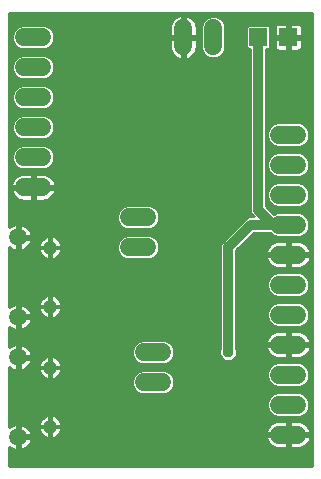
<source format=gbl>
G75*
%MOIN*%
%OFA0B0*%
%FSLAX24Y24*%
%IPPOS*%
%LPD*%
%AMOC8*
5,1,8,0,0,1.08239X$1,22.5*
%
%ADD10C,0.0600*%
%ADD11R,0.0600X0.0600*%
%ADD12C,0.0591*%
%ADD13C,0.0472*%
%ADD14C,0.0100*%
%ADD15C,0.0270*%
%ADD16C,0.0320*%
%ADD17C,0.0376*%
D10*
X005850Y004150D02*
X006450Y004150D01*
X006450Y005150D02*
X005850Y005150D01*
X005950Y008650D02*
X005350Y008650D01*
X005350Y009650D02*
X005950Y009650D01*
X002450Y010650D02*
X001850Y010650D01*
X001850Y011650D02*
X002450Y011650D01*
X002450Y012650D02*
X001850Y012650D01*
X001850Y013650D02*
X002450Y013650D01*
X002450Y014650D02*
X001850Y014650D01*
X001850Y015650D02*
X002450Y015650D01*
X007150Y015350D02*
X007150Y015950D01*
X008150Y015950D02*
X008150Y015350D01*
X010350Y012400D02*
X010950Y012400D01*
X010950Y011400D02*
X010350Y011400D01*
X010350Y010400D02*
X010950Y010400D01*
X010950Y009400D02*
X010350Y009400D01*
X010350Y008400D02*
X010950Y008400D01*
X010950Y007400D02*
X010350Y007400D01*
X010350Y006400D02*
X010950Y006400D01*
X010950Y005400D02*
X010350Y005400D01*
X010350Y004400D02*
X010950Y004400D01*
X010950Y003400D02*
X010350Y003400D01*
X010350Y002400D02*
X010950Y002400D01*
D11*
X010650Y015650D03*
X009650Y015650D03*
D12*
X001650Y008979D03*
X001650Y006321D03*
X001650Y004979D03*
X001650Y002321D03*
D13*
X002713Y002666D03*
X002713Y004634D03*
X002713Y006666D03*
X002713Y008634D03*
D14*
X001350Y001992D02*
X001350Y001350D01*
X011450Y001350D01*
X011450Y016450D01*
X001350Y016450D01*
X001350Y009308D01*
X001360Y009318D01*
X001417Y009360D01*
X001479Y009391D01*
X001546Y009413D01*
X001602Y009422D01*
X001602Y009027D01*
X001698Y009027D01*
X001698Y009422D01*
X001754Y009413D01*
X001821Y009391D01*
X001883Y009360D01*
X001940Y009318D01*
X001990Y009269D01*
X002031Y009212D01*
X002063Y009150D01*
X002084Y009083D01*
X002093Y009027D01*
X001698Y009027D01*
X001698Y008930D01*
X001698Y008536D01*
X001754Y008544D01*
X001821Y008566D01*
X001883Y008598D01*
X001940Y008639D01*
X001990Y008689D01*
X002031Y008745D01*
X002063Y008808D01*
X002084Y008874D01*
X002093Y008930D01*
X001698Y008930D01*
X001602Y008930D01*
X001602Y008536D01*
X001546Y008544D01*
X001479Y008566D01*
X001417Y008598D01*
X001360Y008639D01*
X001350Y008649D01*
X001350Y006651D01*
X001360Y006661D01*
X001417Y006702D01*
X001479Y006734D01*
X001546Y006756D01*
X001602Y006764D01*
X001602Y006370D01*
X001698Y006370D01*
X001698Y006764D01*
X001754Y006756D01*
X001821Y006734D01*
X001883Y006702D01*
X001940Y006661D01*
X001990Y006611D01*
X002031Y006555D01*
X002063Y006492D01*
X002084Y006426D01*
X002093Y006370D01*
X001698Y006370D01*
X001698Y006273D01*
X001698Y005878D01*
X001754Y005887D01*
X001821Y005909D01*
X001883Y005940D01*
X001940Y005982D01*
X001990Y006031D01*
X002031Y006088D01*
X002063Y006150D01*
X002084Y006217D01*
X002093Y006273D01*
X001698Y006273D01*
X001602Y006273D01*
X001602Y005878D01*
X001546Y005887D01*
X001479Y005909D01*
X001417Y005940D01*
X001360Y005982D01*
X001350Y005992D01*
X001350Y005308D01*
X001360Y005318D01*
X001417Y005360D01*
X001479Y005391D01*
X001546Y005413D01*
X001602Y005422D01*
X001602Y005027D01*
X001698Y005027D01*
X001698Y005422D01*
X001754Y005413D01*
X001821Y005391D01*
X001883Y005360D01*
X001940Y005318D01*
X001990Y005269D01*
X002031Y005212D01*
X002063Y005150D01*
X002084Y005083D01*
X002093Y005027D01*
X001698Y005027D01*
X001698Y004930D01*
X001698Y004536D01*
X001754Y004544D01*
X001821Y004566D01*
X001883Y004598D01*
X001940Y004639D01*
X001990Y004689D01*
X002031Y004745D01*
X002063Y004808D01*
X002084Y004874D01*
X002093Y004930D01*
X001698Y004930D01*
X001602Y004930D01*
X001602Y004536D01*
X001546Y004544D01*
X001479Y004566D01*
X001417Y004598D01*
X001360Y004639D01*
X001350Y004649D01*
X001350Y002651D01*
X001360Y002661D01*
X001417Y002702D01*
X001479Y002734D01*
X001546Y002756D01*
X001602Y002764D01*
X001602Y002370D01*
X001698Y002370D01*
X001698Y002764D01*
X001754Y002756D01*
X001821Y002734D01*
X001883Y002702D01*
X001940Y002661D01*
X001990Y002611D01*
X002031Y002555D01*
X002063Y002492D01*
X002084Y002426D01*
X002093Y002370D01*
X001698Y002370D01*
X001698Y002273D01*
X001698Y001878D01*
X001754Y001887D01*
X001821Y001909D01*
X001883Y001940D01*
X001940Y001982D01*
X001990Y002031D01*
X002031Y002088D01*
X002063Y002150D01*
X002084Y002217D01*
X002093Y002273D01*
X001698Y002273D01*
X001602Y002273D01*
X001602Y001878D01*
X001546Y001887D01*
X001479Y001909D01*
X001417Y001940D01*
X001360Y001982D01*
X001350Y001992D01*
X001350Y001938D02*
X001421Y001938D01*
X001350Y001840D02*
X011450Y001840D01*
X011450Y001938D02*
X001879Y001938D01*
X001994Y002037D02*
X010085Y002037D01*
X010057Y002057D02*
X010114Y002015D01*
X010177Y001983D01*
X010245Y001961D01*
X010315Y001950D01*
X010600Y001950D01*
X010600Y002350D01*
X010700Y002350D01*
X010700Y002450D01*
X010600Y002450D01*
X010600Y002850D01*
X010315Y002850D01*
X010245Y002839D01*
X010177Y002817D01*
X010114Y002785D01*
X010057Y002743D01*
X010007Y002693D01*
X009965Y002636D01*
X009933Y002573D01*
X009911Y002505D01*
X009902Y002450D01*
X010600Y002450D01*
X010600Y002350D01*
X009902Y002350D01*
X009911Y002295D01*
X009933Y002227D01*
X009965Y002164D01*
X010007Y002107D01*
X010057Y002057D01*
X009986Y002135D02*
X002055Y002135D01*
X002087Y002234D02*
X009931Y002234D01*
X009905Y002332D02*
X002909Y002332D01*
X002896Y002323D02*
X002959Y002366D01*
X003013Y002420D01*
X003055Y002483D01*
X003084Y002553D01*
X003099Y002628D01*
X003099Y002637D01*
X002742Y002637D01*
X002742Y002694D01*
X003099Y002694D01*
X003099Y002704D01*
X003084Y002778D01*
X003055Y002849D01*
X003013Y002912D01*
X002959Y002966D01*
X002896Y003008D01*
X002826Y003037D01*
X002751Y003052D01*
X002742Y003052D01*
X002742Y002694D01*
X002684Y002694D01*
X002684Y002637D01*
X002327Y002637D01*
X002327Y002628D01*
X002342Y002553D01*
X002371Y002483D01*
X002413Y002420D01*
X002467Y002366D01*
X002530Y002323D01*
X002600Y002294D01*
X002675Y002280D01*
X002684Y002280D01*
X002684Y002637D01*
X002742Y002637D01*
X002742Y002280D01*
X002751Y002280D01*
X002826Y002294D01*
X002896Y002323D01*
X002742Y002332D02*
X002684Y002332D01*
X002684Y002431D02*
X002742Y002431D01*
X002742Y002529D02*
X002684Y002529D01*
X002684Y002628D02*
X002742Y002628D01*
X002684Y002694D02*
X002327Y002694D01*
X002327Y002704D01*
X002342Y002778D01*
X002371Y002849D01*
X002413Y002912D01*
X002467Y002966D01*
X002530Y003008D01*
X002600Y003037D01*
X002675Y003052D01*
X002684Y003052D01*
X002684Y002694D01*
X002684Y002726D02*
X002742Y002726D01*
X002742Y002825D02*
X002684Y002825D01*
X002684Y002923D02*
X002742Y002923D01*
X002742Y003022D02*
X002684Y003022D01*
X002563Y003022D02*
X001350Y003022D01*
X001350Y003120D02*
X010050Y003120D01*
X010002Y003168D02*
X010118Y003052D01*
X010268Y002990D01*
X011032Y002990D01*
X011182Y003052D01*
X011298Y003168D01*
X011360Y003318D01*
X011360Y003482D01*
X011298Y003632D01*
X011182Y003748D01*
X011032Y003810D01*
X010268Y003810D01*
X010118Y003748D01*
X010002Y003632D01*
X009940Y003482D01*
X009940Y003318D01*
X010002Y003168D01*
X009981Y003219D02*
X001350Y003219D01*
X001350Y003317D02*
X009941Y003317D01*
X009940Y003416D02*
X001350Y003416D01*
X001350Y003514D02*
X009953Y003514D01*
X009994Y003613D02*
X001350Y003613D01*
X001350Y003711D02*
X010081Y003711D01*
X010267Y003810D02*
X006689Y003810D01*
X006682Y003802D02*
X006798Y003918D01*
X006860Y004068D01*
X006860Y004232D01*
X006798Y004382D01*
X006682Y004498D01*
X006532Y004560D01*
X005768Y004560D01*
X005618Y004498D01*
X005502Y004382D01*
X005440Y004232D01*
X005440Y004068D01*
X005502Y003918D01*
X005618Y003802D01*
X005768Y003740D01*
X006532Y003740D01*
X006682Y003802D01*
X006788Y003908D02*
X011450Y003908D01*
X011450Y003810D02*
X011033Y003810D01*
X011032Y003990D02*
X011182Y004052D01*
X011298Y004168D01*
X011360Y004318D01*
X011360Y004482D01*
X011298Y004632D01*
X011182Y004748D01*
X011032Y004810D01*
X010268Y004810D01*
X010118Y004748D01*
X010002Y004632D01*
X009940Y004482D01*
X009940Y004318D01*
X010002Y004168D01*
X010118Y004052D01*
X010268Y003990D01*
X011032Y003990D01*
X011071Y004007D02*
X011450Y004007D01*
X011450Y004105D02*
X011235Y004105D01*
X011312Y004204D02*
X011450Y004204D01*
X011450Y004302D02*
X011353Y004302D01*
X011360Y004401D02*
X011450Y004401D01*
X011450Y004499D02*
X011353Y004499D01*
X011312Y004598D02*
X011450Y004598D01*
X011450Y004696D02*
X011234Y004696D01*
X011069Y004795D02*
X011450Y004795D01*
X011450Y004893D02*
X008809Y004893D01*
X008819Y004897D02*
X008903Y004981D01*
X008948Y005091D01*
X008948Y005209D01*
X008920Y005277D01*
X008920Y008538D01*
X009512Y009130D01*
X010040Y009130D01*
X010118Y009052D01*
X010268Y008990D01*
X011032Y008990D01*
X011182Y009052D01*
X011298Y009168D01*
X011360Y009318D01*
X011360Y009482D01*
X011298Y009632D01*
X011182Y009748D01*
X011032Y009810D01*
X010268Y009810D01*
X010165Y009767D01*
X009920Y010012D01*
X009920Y015240D01*
X009996Y015240D01*
X010060Y015304D01*
X010060Y015996D01*
X009996Y016060D01*
X009304Y016060D01*
X009240Y015996D01*
X009240Y015304D01*
X009304Y015240D01*
X009380Y015240D01*
X009380Y009846D01*
X009421Y009747D01*
X009498Y009670D01*
X009346Y009670D01*
X009247Y009629D01*
X009171Y009553D01*
X008421Y008803D01*
X008380Y008704D01*
X008380Y005277D01*
X008352Y005209D01*
X008352Y005091D01*
X008397Y004981D01*
X008481Y004897D01*
X008591Y004852D01*
X008709Y004852D01*
X008819Y004897D01*
X008907Y004992D02*
X010160Y004992D01*
X010177Y004983D02*
X010114Y005015D01*
X010057Y005057D01*
X010007Y005107D01*
X009965Y005164D01*
X009933Y005227D01*
X009911Y005295D01*
X009902Y005350D01*
X010600Y005350D01*
X010700Y005350D01*
X010700Y005450D01*
X010600Y005450D01*
X010600Y005850D01*
X010315Y005850D01*
X010245Y005839D01*
X010177Y005817D01*
X010114Y005785D01*
X010057Y005743D01*
X010007Y005693D01*
X009965Y005636D01*
X009933Y005573D01*
X009911Y005505D01*
X009902Y005450D01*
X010600Y005450D01*
X010600Y005350D01*
X010600Y004950D01*
X010315Y004950D01*
X010245Y004961D01*
X010177Y004983D01*
X010024Y005090D02*
X008948Y005090D01*
X008948Y005189D02*
X009953Y005189D01*
X009914Y005287D02*
X008920Y005287D01*
X008920Y005386D02*
X010600Y005386D01*
X010600Y005484D02*
X010700Y005484D01*
X010700Y005450D02*
X010700Y005850D01*
X010985Y005850D01*
X011055Y005839D01*
X011123Y005817D01*
X011186Y005785D01*
X011243Y005743D01*
X011293Y005693D01*
X011335Y005636D01*
X011367Y005573D01*
X011389Y005505D01*
X011398Y005450D01*
X010700Y005450D01*
X010700Y005386D02*
X011450Y005386D01*
X011398Y005350D02*
X010700Y005350D01*
X010700Y004950D01*
X010985Y004950D01*
X011055Y004961D01*
X011123Y004983D01*
X011186Y005015D01*
X011243Y005057D01*
X011293Y005107D01*
X011335Y005164D01*
X011367Y005227D01*
X011389Y005295D01*
X011398Y005350D01*
X011386Y005287D02*
X011450Y005287D01*
X011450Y005189D02*
X011347Y005189D01*
X011276Y005090D02*
X011450Y005090D01*
X011450Y004992D02*
X011140Y004992D01*
X011392Y005484D02*
X011450Y005484D01*
X011450Y005583D02*
X011362Y005583D01*
X011302Y005681D02*
X011450Y005681D01*
X011450Y005780D02*
X011193Y005780D01*
X011032Y005990D02*
X011182Y006052D01*
X011298Y006168D01*
X011360Y006318D01*
X011360Y006482D01*
X011298Y006632D01*
X011182Y006748D01*
X011032Y006810D01*
X010268Y006810D01*
X010118Y006748D01*
X010002Y006632D01*
X009940Y006482D01*
X009940Y006318D01*
X010002Y006168D01*
X010118Y006052D01*
X010268Y005990D01*
X011032Y005990D01*
X011205Y006075D02*
X011450Y006075D01*
X011450Y005977D02*
X008920Y005977D01*
X008920Y006075D02*
X010095Y006075D01*
X010000Y006174D02*
X008920Y006174D01*
X008920Y006272D02*
X009959Y006272D01*
X009940Y006371D02*
X008920Y006371D01*
X008920Y006469D02*
X009940Y006469D01*
X009976Y006568D02*
X008920Y006568D01*
X008920Y006666D02*
X010036Y006666D01*
X010159Y006765D02*
X008920Y006765D01*
X008920Y006863D02*
X011450Y006863D01*
X011450Y006765D02*
X011141Y006765D01*
X011264Y006666D02*
X011450Y006666D01*
X011450Y006568D02*
X011324Y006568D01*
X011360Y006469D02*
X011450Y006469D01*
X011450Y006371D02*
X011360Y006371D01*
X011341Y006272D02*
X011450Y006272D01*
X011450Y006174D02*
X011300Y006174D01*
X011450Y005878D02*
X008920Y005878D01*
X008920Y005780D02*
X010107Y005780D01*
X009998Y005681D02*
X008920Y005681D01*
X008920Y005583D02*
X009938Y005583D01*
X009908Y005484D02*
X008920Y005484D01*
X008491Y004893D02*
X006773Y004893D01*
X006798Y004918D02*
X006860Y005068D01*
X006860Y005232D01*
X006798Y005382D01*
X006682Y005498D01*
X006532Y005560D01*
X005768Y005560D01*
X005618Y005498D01*
X005502Y005382D01*
X005440Y005232D01*
X005440Y005068D01*
X005502Y004918D01*
X005618Y004802D01*
X005768Y004740D01*
X006532Y004740D01*
X006682Y004802D01*
X006798Y004918D01*
X006828Y004992D02*
X008393Y004992D01*
X008352Y005090D02*
X006860Y005090D01*
X006860Y005189D02*
X008352Y005189D01*
X008380Y005287D02*
X006837Y005287D01*
X006794Y005386D02*
X008380Y005386D01*
X008380Y005484D02*
X006696Y005484D01*
X006663Y004795D02*
X010231Y004795D01*
X010066Y004696D02*
X003094Y004696D01*
X003099Y004672D02*
X003084Y004747D01*
X003055Y004817D01*
X003013Y004880D01*
X002959Y004934D01*
X002896Y004977D01*
X002826Y005006D01*
X002751Y005020D01*
X002742Y005020D01*
X002742Y004663D01*
X003099Y004663D01*
X003099Y004672D01*
X003099Y004606D02*
X002742Y004606D01*
X002742Y004663D01*
X002684Y004663D01*
X002684Y004606D01*
X002327Y004606D01*
X002327Y004596D01*
X002342Y004522D01*
X002371Y004451D01*
X002413Y004388D01*
X002467Y004334D01*
X002530Y004292D01*
X002600Y004263D01*
X002675Y004248D01*
X002684Y004248D01*
X002684Y004606D01*
X002742Y004606D01*
X002742Y004248D01*
X002751Y004248D01*
X002826Y004263D01*
X002896Y004292D01*
X002959Y004334D01*
X003013Y004388D01*
X003055Y004451D01*
X003084Y004522D01*
X003099Y004596D01*
X003099Y004606D01*
X003099Y004598D02*
X009988Y004598D01*
X009947Y004499D02*
X006679Y004499D01*
X006779Y004401D02*
X009940Y004401D01*
X009947Y004302D02*
X006831Y004302D01*
X006860Y004204D02*
X009988Y004204D01*
X010065Y004105D02*
X006860Y004105D01*
X006834Y004007D02*
X010229Y004007D01*
X010192Y003022D02*
X002863Y003022D01*
X003002Y002923D02*
X011450Y002923D01*
X011450Y002825D02*
X011100Y002825D01*
X011123Y002817D02*
X011055Y002839D01*
X010985Y002850D01*
X010700Y002850D01*
X010700Y002450D01*
X011398Y002450D01*
X011389Y002505D01*
X011367Y002573D01*
X011335Y002636D01*
X011293Y002693D01*
X011243Y002743D01*
X011186Y002785D01*
X011123Y002817D01*
X011260Y002726D02*
X011450Y002726D01*
X011450Y002628D02*
X011339Y002628D01*
X011381Y002529D02*
X011450Y002529D01*
X011450Y002431D02*
X010700Y002431D01*
X010700Y002350D02*
X011398Y002350D01*
X011389Y002295D01*
X011367Y002227D01*
X011335Y002164D01*
X011293Y002107D01*
X011243Y002057D01*
X011186Y002015D01*
X011123Y001983D01*
X011055Y001961D01*
X010985Y001950D01*
X010700Y001950D01*
X010700Y002350D01*
X010700Y002332D02*
X010600Y002332D01*
X010600Y002234D02*
X010700Y002234D01*
X010700Y002135D02*
X010600Y002135D01*
X010600Y002037D02*
X010700Y002037D01*
X010600Y002431D02*
X003020Y002431D01*
X003074Y002529D02*
X009919Y002529D01*
X009961Y002628D02*
X003099Y002628D01*
X003095Y002726D02*
X010040Y002726D01*
X010200Y002825D02*
X003065Y002825D01*
X002517Y002332D02*
X001698Y002332D01*
X001698Y002234D02*
X001602Y002234D01*
X001602Y002135D02*
X001698Y002135D01*
X001698Y002037D02*
X001602Y002037D01*
X001602Y001938D02*
X001698Y001938D01*
X001350Y001741D02*
X011450Y001741D01*
X011450Y001643D02*
X001350Y001643D01*
X001350Y001544D02*
X011450Y001544D01*
X011450Y001446D02*
X001350Y001446D01*
X001602Y002431D02*
X001698Y002431D01*
X001698Y002529D02*
X001602Y002529D01*
X001602Y002628D02*
X001698Y002628D01*
X001698Y002726D02*
X001602Y002726D01*
X001464Y002726D02*
X001350Y002726D01*
X001350Y002825D02*
X002361Y002825D01*
X002331Y002726D02*
X001836Y002726D01*
X001973Y002628D02*
X002327Y002628D01*
X002352Y002529D02*
X002044Y002529D01*
X002083Y002431D02*
X002406Y002431D01*
X002424Y002923D02*
X001350Y002923D01*
X001350Y003810D02*
X005611Y003810D01*
X005512Y003908D02*
X001350Y003908D01*
X001350Y004007D02*
X005466Y004007D01*
X005440Y004105D02*
X001350Y004105D01*
X001350Y004204D02*
X005440Y004204D01*
X005469Y004302D02*
X002911Y004302D01*
X003021Y004401D02*
X005521Y004401D01*
X005621Y004499D02*
X003075Y004499D01*
X003065Y004795D02*
X005637Y004795D01*
X005527Y004893D02*
X003000Y004893D01*
X002860Y004992D02*
X005472Y004992D01*
X005440Y005090D02*
X002082Y005090D01*
X002043Y005189D02*
X005440Y005189D01*
X005463Y005287D02*
X001971Y005287D01*
X001832Y005386D02*
X005506Y005386D01*
X005604Y005484D02*
X001350Y005484D01*
X001350Y005386D02*
X001468Y005386D01*
X001602Y005386D02*
X001698Y005386D01*
X001698Y005287D02*
X001602Y005287D01*
X001602Y005189D02*
X001698Y005189D01*
X001698Y005090D02*
X001602Y005090D01*
X001698Y004992D02*
X002566Y004992D01*
X002600Y005006D02*
X002530Y004977D01*
X002467Y004934D01*
X002413Y004880D01*
X002371Y004817D01*
X002342Y004747D01*
X002327Y004672D01*
X002327Y004663D01*
X002684Y004663D01*
X002684Y005020D01*
X002675Y005020D01*
X002600Y005006D01*
X002684Y004992D02*
X002742Y004992D01*
X002742Y004893D02*
X002684Y004893D01*
X002684Y004795D02*
X002742Y004795D01*
X002742Y004696D02*
X002684Y004696D01*
X002684Y004598D02*
X002742Y004598D01*
X002742Y004499D02*
X002684Y004499D01*
X002684Y004401D02*
X002742Y004401D01*
X002742Y004302D02*
X002684Y004302D01*
X002515Y004302D02*
X001350Y004302D01*
X001350Y004401D02*
X002405Y004401D01*
X002351Y004499D02*
X001350Y004499D01*
X001350Y004598D02*
X001417Y004598D01*
X001602Y004598D02*
X001698Y004598D01*
X001698Y004696D02*
X001602Y004696D01*
X001602Y004795D02*
X001698Y004795D01*
X001698Y004893D02*
X001602Y004893D01*
X001883Y004598D02*
X002327Y004598D01*
X002331Y004696D02*
X001995Y004696D01*
X002056Y004795D02*
X002361Y004795D01*
X002426Y004893D02*
X002087Y004893D01*
X001350Y005583D02*
X008380Y005583D01*
X008380Y005681D02*
X001350Y005681D01*
X001350Y005780D02*
X008380Y005780D01*
X008380Y005878D02*
X001350Y005878D01*
X001350Y005977D02*
X001367Y005977D01*
X001602Y005977D02*
X001698Y005977D01*
X001698Y006075D02*
X001602Y006075D01*
X001602Y006174D02*
X001698Y006174D01*
X001698Y006272D02*
X001602Y006272D01*
X001602Y006371D02*
X001698Y006371D01*
X001698Y006469D02*
X001602Y006469D01*
X001602Y006568D02*
X001698Y006568D01*
X001698Y006666D02*
X001602Y006666D01*
X001367Y006666D02*
X001350Y006666D01*
X001350Y006765D02*
X002339Y006765D01*
X002342Y006778D02*
X002327Y006704D01*
X002327Y006694D01*
X002684Y006694D01*
X002684Y006637D01*
X002327Y006637D01*
X002327Y006628D01*
X002342Y006553D01*
X002371Y006483D01*
X002413Y006420D01*
X002467Y006366D01*
X002530Y006323D01*
X002600Y006294D01*
X002675Y006280D01*
X002684Y006280D01*
X002684Y006637D01*
X002742Y006637D01*
X002742Y006694D01*
X003099Y006694D01*
X003099Y006704D01*
X003084Y006778D01*
X003055Y006849D01*
X003013Y006912D01*
X002959Y006966D01*
X002896Y007008D01*
X002826Y007037D01*
X002751Y007052D01*
X002742Y007052D01*
X002742Y006694D01*
X002684Y006694D01*
X002684Y007052D01*
X002675Y007052D01*
X002600Y007037D01*
X002530Y007008D01*
X002467Y006966D01*
X002413Y006912D01*
X002371Y006849D01*
X002342Y006778D01*
X002380Y006863D02*
X001350Y006863D01*
X001350Y006962D02*
X002463Y006962D01*
X002684Y006962D02*
X002742Y006962D01*
X002742Y006863D02*
X002684Y006863D01*
X002684Y006765D02*
X002742Y006765D01*
X002742Y006666D02*
X008380Y006666D01*
X008380Y006568D02*
X003087Y006568D01*
X003084Y006553D02*
X003099Y006628D01*
X003099Y006637D01*
X002742Y006637D01*
X002742Y006280D01*
X002751Y006280D01*
X002826Y006294D01*
X002896Y006323D01*
X002959Y006366D01*
X003013Y006420D01*
X003055Y006483D01*
X003084Y006553D01*
X003046Y006469D02*
X008380Y006469D01*
X008380Y006371D02*
X002964Y006371D01*
X002742Y006371D02*
X002684Y006371D01*
X002684Y006469D02*
X002742Y006469D01*
X002742Y006568D02*
X002684Y006568D01*
X002684Y006666D02*
X001933Y006666D01*
X002021Y006568D02*
X002339Y006568D01*
X002380Y006469D02*
X002070Y006469D01*
X002093Y006371D02*
X002462Y006371D01*
X002093Y006272D02*
X008380Y006272D01*
X008380Y006174D02*
X002070Y006174D01*
X002021Y006075D02*
X008380Y006075D01*
X008380Y005977D02*
X001933Y005977D01*
X001350Y007060D02*
X008380Y007060D01*
X008380Y006962D02*
X002963Y006962D01*
X003046Y006863D02*
X008380Y006863D01*
X008380Y006765D02*
X003087Y006765D01*
X002751Y008248D02*
X002826Y008263D01*
X002896Y008292D01*
X002959Y008334D01*
X003013Y008388D01*
X003055Y008451D01*
X003084Y008522D01*
X003099Y008596D01*
X003099Y008606D01*
X002742Y008606D01*
X002742Y008663D01*
X003099Y008663D01*
X003099Y008672D01*
X003084Y008747D01*
X003055Y008817D01*
X003013Y008880D01*
X002959Y008934D01*
X002896Y008977D01*
X002826Y009006D01*
X002751Y009020D01*
X002742Y009020D01*
X002742Y008663D01*
X002684Y008663D01*
X002684Y008606D01*
X002327Y008606D01*
X002327Y008596D01*
X002342Y008522D01*
X002371Y008451D01*
X002413Y008388D01*
X002467Y008334D01*
X002530Y008292D01*
X002600Y008263D01*
X002675Y008248D01*
X002684Y008248D01*
X002684Y008606D01*
X002742Y008606D01*
X002742Y008248D01*
X002751Y008248D01*
X002742Y008341D02*
X002684Y008341D01*
X002684Y008439D02*
X002742Y008439D01*
X002742Y008538D02*
X002684Y008538D01*
X002684Y008636D02*
X001936Y008636D01*
X002023Y008735D02*
X002339Y008735D01*
X002342Y008747D02*
X002327Y008672D01*
X002327Y008663D01*
X002684Y008663D01*
X002684Y009020D01*
X002675Y009020D01*
X002600Y009006D01*
X002530Y008977D01*
X002467Y008934D01*
X002413Y008880D01*
X002371Y008817D01*
X002342Y008747D01*
X002381Y008833D02*
X002071Y008833D01*
X002093Y009030D02*
X005196Y009030D01*
X005268Y009060D02*
X005118Y008998D01*
X005002Y008882D01*
X004940Y008732D01*
X004940Y008568D01*
X005002Y008418D01*
X005118Y008302D01*
X005268Y008240D01*
X006032Y008240D01*
X006182Y008302D01*
X006298Y008418D01*
X006360Y008568D01*
X006360Y008732D01*
X006298Y008882D01*
X006182Y008998D01*
X006032Y009060D01*
X005268Y009060D01*
X005268Y009240D02*
X005118Y009302D01*
X005002Y009418D01*
X004940Y009568D01*
X004940Y009732D01*
X005002Y009882D01*
X005118Y009998D01*
X005268Y010060D01*
X006032Y010060D01*
X006182Y009998D01*
X006298Y009882D01*
X006360Y009732D01*
X006360Y009568D01*
X006298Y009418D01*
X006182Y009302D01*
X006032Y009240D01*
X005268Y009240D01*
X005095Y009326D02*
X001930Y009326D01*
X002020Y009227D02*
X008845Y009227D01*
X008747Y009129D02*
X002070Y009129D01*
X001698Y009129D02*
X001602Y009129D01*
X001602Y009227D02*
X001698Y009227D01*
X001698Y009326D02*
X001602Y009326D01*
X001370Y009326D02*
X001350Y009326D01*
X001350Y009424D02*
X005000Y009424D01*
X004959Y009523D02*
X001350Y009523D01*
X001350Y009621D02*
X004940Y009621D01*
X004940Y009720D02*
X001350Y009720D01*
X001350Y009818D02*
X004976Y009818D01*
X005037Y009917D02*
X001350Y009917D01*
X001350Y010015D02*
X005160Y010015D01*
X005052Y008932D02*
X002962Y008932D01*
X003045Y008833D02*
X004982Y008833D01*
X004941Y008735D02*
X003087Y008735D01*
X003088Y008538D02*
X004953Y008538D01*
X004940Y008636D02*
X002742Y008636D01*
X002742Y008735D02*
X002684Y008735D01*
X002684Y008833D02*
X002742Y008833D01*
X002742Y008932D02*
X002684Y008932D01*
X002464Y008932D02*
X001698Y008932D01*
X001698Y009030D02*
X001602Y009030D01*
X001602Y008833D02*
X001698Y008833D01*
X001698Y008735D02*
X001602Y008735D01*
X001602Y008636D02*
X001698Y008636D01*
X001698Y008538D02*
X001602Y008538D01*
X001589Y008538D02*
X001350Y008538D01*
X001350Y008636D02*
X001364Y008636D01*
X001350Y008439D02*
X002379Y008439D01*
X002338Y008538D02*
X001711Y008538D01*
X001350Y008341D02*
X002461Y008341D01*
X002965Y008341D02*
X005080Y008341D01*
X004994Y008439D02*
X003047Y008439D01*
X002555Y010211D02*
X002485Y010200D01*
X002200Y010200D01*
X002200Y010600D01*
X002200Y010700D01*
X002100Y010700D01*
X002100Y011100D01*
X001815Y011100D01*
X001745Y011089D01*
X001677Y011067D01*
X001614Y011035D01*
X001557Y010993D01*
X001507Y010943D01*
X001465Y010886D01*
X001433Y010823D01*
X001411Y010755D01*
X001402Y010700D01*
X002100Y010700D01*
X002100Y010600D01*
X002200Y010600D01*
X002898Y010600D01*
X002889Y010545D01*
X002867Y010477D01*
X002835Y010414D01*
X002793Y010357D01*
X002743Y010307D01*
X002686Y010265D01*
X002623Y010233D01*
X002555Y010211D01*
X002558Y010212D02*
X009380Y010212D01*
X009380Y010114D02*
X001350Y010114D01*
X001350Y010212D02*
X001742Y010212D01*
X001745Y010211D02*
X001815Y010200D01*
X002100Y010200D01*
X002100Y010600D01*
X001402Y010600D01*
X001411Y010545D01*
X001433Y010477D01*
X001465Y010414D01*
X001507Y010357D01*
X001557Y010307D01*
X001614Y010265D01*
X001677Y010233D01*
X001745Y010211D01*
X001553Y010311D02*
X001350Y010311D01*
X001350Y010409D02*
X001469Y010409D01*
X001423Y010508D02*
X001350Y010508D01*
X001350Y010606D02*
X002100Y010606D01*
X002100Y010508D02*
X002200Y010508D01*
X002200Y010606D02*
X009380Y010606D01*
X009380Y010508D02*
X002877Y010508D01*
X002831Y010409D02*
X009380Y010409D01*
X009380Y010311D02*
X002747Y010311D01*
X002898Y010700D02*
X002889Y010755D01*
X002867Y010823D01*
X002835Y010886D01*
X002793Y010943D01*
X002743Y010993D01*
X002686Y011035D01*
X002623Y011067D01*
X002555Y011089D01*
X002485Y011100D01*
X002200Y011100D01*
X002200Y010700D01*
X002898Y010700D01*
X002897Y010705D02*
X009380Y010705D01*
X009380Y010803D02*
X002873Y010803D01*
X002823Y010902D02*
X009380Y010902D01*
X009380Y011000D02*
X002734Y011000D01*
X002495Y011099D02*
X009380Y011099D01*
X009380Y011197D02*
X001350Y011197D01*
X001350Y011099D02*
X001805Y011099D01*
X001768Y011240D02*
X001618Y011302D01*
X001502Y011418D01*
X001440Y011568D01*
X001440Y011732D01*
X001502Y011882D01*
X001618Y011998D01*
X001768Y012060D01*
X002532Y012060D01*
X002682Y011998D01*
X002798Y011882D01*
X002860Y011732D01*
X002860Y011568D01*
X002798Y011418D01*
X002682Y011302D01*
X002532Y011240D01*
X001768Y011240D01*
X001634Y011296D02*
X001350Y011296D01*
X001350Y011394D02*
X001526Y011394D01*
X001471Y011493D02*
X001350Y011493D01*
X001350Y011591D02*
X001440Y011591D01*
X001440Y011690D02*
X001350Y011690D01*
X001350Y011788D02*
X001463Y011788D01*
X001507Y011887D02*
X001350Y011887D01*
X001350Y011985D02*
X001605Y011985D01*
X001350Y012084D02*
X009380Y012084D01*
X009380Y012182D02*
X001350Y012182D01*
X001350Y012281D02*
X001671Y012281D01*
X001618Y012302D02*
X001768Y012240D01*
X002532Y012240D01*
X002682Y012302D01*
X002798Y012418D01*
X002860Y012568D01*
X002860Y012732D01*
X002798Y012882D01*
X002682Y012998D01*
X002532Y013060D01*
X001768Y013060D01*
X001618Y012998D01*
X001502Y012882D01*
X001440Y012732D01*
X001440Y012568D01*
X001502Y012418D01*
X001618Y012302D01*
X001541Y012379D02*
X001350Y012379D01*
X001350Y012478D02*
X001478Y012478D01*
X001440Y012576D02*
X001350Y012576D01*
X001350Y012675D02*
X001440Y012675D01*
X001457Y012773D02*
X001350Y012773D01*
X001350Y012872D02*
X001498Y012872D01*
X001590Y012970D02*
X001350Y012970D01*
X001350Y013069D02*
X009380Y013069D01*
X009380Y013167D02*
X001350Y013167D01*
X001350Y013266D02*
X001707Y013266D01*
X001768Y013240D02*
X001618Y013302D01*
X001502Y013418D01*
X001440Y013568D01*
X001440Y013732D01*
X001502Y013882D01*
X001618Y013998D01*
X001768Y014060D01*
X002532Y014060D01*
X002682Y013998D01*
X002798Y013882D01*
X002860Y013732D01*
X002860Y013568D01*
X002798Y013418D01*
X002682Y013302D01*
X002532Y013240D01*
X001768Y013240D01*
X001556Y013364D02*
X001350Y013364D01*
X001350Y013463D02*
X001484Y013463D01*
X001443Y013561D02*
X001350Y013561D01*
X001350Y013660D02*
X001440Y013660D01*
X001451Y013758D02*
X001350Y013758D01*
X001350Y013857D02*
X001492Y013857D01*
X001575Y013955D02*
X001350Y013955D01*
X001350Y014054D02*
X001753Y014054D01*
X001768Y014240D02*
X001618Y014302D01*
X001502Y014418D01*
X001440Y014568D01*
X001440Y014732D01*
X001502Y014882D01*
X001618Y014998D01*
X001768Y015060D01*
X002532Y015060D01*
X002682Y014998D01*
X002798Y014882D01*
X002860Y014732D01*
X002860Y014568D01*
X002798Y014418D01*
X002682Y014302D01*
X002532Y014240D01*
X001768Y014240D01*
X001743Y014251D02*
X001350Y014251D01*
X001350Y014349D02*
X001571Y014349D01*
X001490Y014448D02*
X001350Y014448D01*
X001350Y014546D02*
X001449Y014546D01*
X001440Y014645D02*
X001350Y014645D01*
X001350Y014743D02*
X001445Y014743D01*
X001486Y014842D02*
X001350Y014842D01*
X001350Y014940D02*
X001560Y014940D01*
X001717Y015039D02*
X001350Y015039D01*
X001350Y015137D02*
X006753Y015137D01*
X006765Y015114D02*
X006733Y015177D01*
X006711Y015245D01*
X006700Y015315D01*
X006700Y015600D01*
X007100Y015600D01*
X007200Y015600D01*
X007200Y015700D01*
X007600Y015700D01*
X007600Y015985D01*
X007589Y016055D01*
X007567Y016123D01*
X007535Y016186D01*
X007493Y016243D01*
X007443Y016293D01*
X007386Y016335D01*
X007323Y016367D01*
X007255Y016389D01*
X007200Y016398D01*
X007200Y015700D01*
X007100Y015700D01*
X007100Y016398D01*
X007045Y016389D01*
X006977Y016367D01*
X006914Y016335D01*
X006857Y016293D01*
X006807Y016243D01*
X006765Y016186D01*
X006733Y016123D01*
X006711Y016055D01*
X006700Y015985D01*
X006700Y015700D01*
X007100Y015700D01*
X007100Y015600D01*
X007100Y014902D01*
X007045Y014911D01*
X006977Y014933D01*
X006914Y014965D01*
X006857Y015007D01*
X006807Y015057D01*
X006765Y015114D01*
X006825Y015039D02*
X002583Y015039D01*
X002740Y014940D02*
X006963Y014940D01*
X007100Y014940D02*
X007200Y014940D01*
X007200Y014902D02*
X007255Y014911D01*
X007323Y014933D01*
X007386Y014965D01*
X007443Y015007D01*
X007493Y015057D01*
X007535Y015114D01*
X007567Y015177D01*
X007589Y015245D01*
X007600Y015315D01*
X007600Y015600D01*
X007200Y015600D01*
X007200Y014902D01*
X007200Y015039D02*
X007100Y015039D01*
X007100Y015137D02*
X007200Y015137D01*
X007200Y015236D02*
X007100Y015236D01*
X007100Y015334D02*
X007200Y015334D01*
X007200Y015433D02*
X007100Y015433D01*
X007100Y015531D02*
X007200Y015531D01*
X007200Y015630D02*
X007740Y015630D01*
X007740Y015728D02*
X007600Y015728D01*
X007600Y015827D02*
X007740Y015827D01*
X007740Y015925D02*
X007600Y015925D01*
X007594Y016024D02*
X007740Y016024D01*
X007740Y016032D02*
X007802Y016182D01*
X007918Y016298D01*
X008068Y016360D01*
X008232Y016360D01*
X008382Y016298D01*
X008498Y016182D01*
X008560Y016032D01*
X008560Y015268D01*
X008498Y015118D01*
X008382Y015002D01*
X008232Y014940D01*
X009380Y014940D01*
X009380Y014842D02*
X002814Y014842D01*
X002855Y014743D02*
X009380Y014743D01*
X009380Y014645D02*
X002860Y014645D01*
X002851Y014546D02*
X009380Y014546D01*
X009380Y014448D02*
X002810Y014448D01*
X002729Y014349D02*
X009380Y014349D01*
X009380Y014251D02*
X002557Y014251D01*
X002547Y014054D02*
X009380Y014054D01*
X009380Y014152D02*
X001350Y014152D01*
X001350Y015236D02*
X006714Y015236D01*
X006700Y015334D02*
X002714Y015334D01*
X002682Y015302D02*
X002798Y015418D01*
X002860Y015568D01*
X002860Y015732D01*
X002798Y015882D01*
X002682Y015998D01*
X002532Y016060D01*
X001768Y016060D01*
X001618Y015998D01*
X001502Y015882D01*
X001440Y015732D01*
X001440Y015568D01*
X001502Y015418D01*
X001618Y015302D01*
X001768Y015240D01*
X002532Y015240D01*
X002682Y015302D01*
X002804Y015433D02*
X006700Y015433D01*
X006700Y015531D02*
X002845Y015531D01*
X002860Y015630D02*
X007100Y015630D01*
X007100Y015728D02*
X007200Y015728D01*
X007200Y015827D02*
X007100Y015827D01*
X007100Y015925D02*
X007200Y015925D01*
X007200Y016024D02*
X007100Y016024D01*
X007100Y016122D02*
X007200Y016122D01*
X007200Y016221D02*
X007100Y016221D01*
X007100Y016319D02*
X007200Y016319D01*
X007408Y016319D02*
X007970Y016319D01*
X007841Y016221D02*
X007510Y016221D01*
X007567Y016122D02*
X007777Y016122D01*
X007740Y016032D02*
X007740Y015268D01*
X007802Y015118D01*
X007918Y015002D01*
X008068Y014940D01*
X007337Y014940D01*
X007475Y015039D02*
X007882Y015039D01*
X007794Y015137D02*
X007547Y015137D01*
X007586Y015236D02*
X007754Y015236D01*
X007740Y015334D02*
X007600Y015334D01*
X007600Y015433D02*
X007740Y015433D01*
X007740Y015531D02*
X007600Y015531D01*
X008068Y014940D02*
X008232Y014940D01*
X008418Y015039D02*
X009380Y015039D01*
X009380Y015137D02*
X008506Y015137D01*
X008546Y015236D02*
X009380Y015236D01*
X009240Y015334D02*
X008560Y015334D01*
X008560Y015433D02*
X009240Y015433D01*
X009240Y015531D02*
X008560Y015531D01*
X008560Y015630D02*
X009240Y015630D01*
X009240Y015728D02*
X008560Y015728D01*
X008560Y015827D02*
X009240Y015827D01*
X009240Y015925D02*
X008560Y015925D01*
X008560Y016024D02*
X009268Y016024D01*
X008523Y016122D02*
X011450Y016122D01*
X011450Y016024D02*
X011081Y016024D01*
X011090Y016008D02*
X011070Y016042D01*
X011042Y016070D01*
X011008Y016090D01*
X010970Y016100D01*
X010700Y016100D01*
X010700Y015700D01*
X011100Y015700D01*
X011100Y015970D01*
X011090Y016008D01*
X011100Y015925D02*
X011450Y015925D01*
X011450Y015827D02*
X011100Y015827D01*
X011100Y015728D02*
X011450Y015728D01*
X011450Y015630D02*
X010700Y015630D01*
X010700Y015600D02*
X010700Y015700D01*
X010600Y015700D01*
X010600Y016100D01*
X010330Y016100D01*
X010292Y016090D01*
X010258Y016070D01*
X010230Y016042D01*
X010210Y016008D01*
X010200Y015970D01*
X010200Y015700D01*
X010600Y015700D01*
X010600Y015600D01*
X010700Y015600D01*
X011100Y015600D01*
X011100Y015330D01*
X011090Y015292D01*
X011070Y015258D01*
X011042Y015230D01*
X011008Y015210D01*
X010970Y015200D01*
X010700Y015200D01*
X010700Y015600D01*
X010700Y015531D02*
X010600Y015531D01*
X010600Y015600D02*
X010600Y015200D01*
X010330Y015200D01*
X010292Y015210D01*
X010258Y015230D01*
X010230Y015258D01*
X010210Y015292D01*
X010200Y015330D01*
X010200Y015600D01*
X010600Y015600D01*
X010600Y015630D02*
X010060Y015630D01*
X010060Y015728D02*
X010200Y015728D01*
X010200Y015827D02*
X010060Y015827D01*
X010060Y015925D02*
X010200Y015925D01*
X010219Y016024D02*
X010032Y016024D01*
X010060Y015531D02*
X010200Y015531D01*
X010200Y015433D02*
X010060Y015433D01*
X010060Y015334D02*
X010200Y015334D01*
X010252Y015236D02*
X009920Y015236D01*
X009920Y015137D02*
X011450Y015137D01*
X011450Y015039D02*
X009920Y015039D01*
X009920Y014940D02*
X011450Y014940D01*
X011450Y014842D02*
X009920Y014842D01*
X009920Y014743D02*
X011450Y014743D01*
X011450Y014645D02*
X009920Y014645D01*
X009920Y014546D02*
X011450Y014546D01*
X011450Y014448D02*
X009920Y014448D01*
X009920Y014349D02*
X011450Y014349D01*
X011450Y014251D02*
X009920Y014251D01*
X009920Y014152D02*
X011450Y014152D01*
X011450Y014054D02*
X009920Y014054D01*
X009920Y013955D02*
X011450Y013955D01*
X011450Y013857D02*
X009920Y013857D01*
X009920Y013758D02*
X011450Y013758D01*
X011450Y013660D02*
X009920Y013660D01*
X009920Y013561D02*
X011450Y013561D01*
X011450Y013463D02*
X009920Y013463D01*
X009920Y013364D02*
X011450Y013364D01*
X011450Y013266D02*
X009920Y013266D01*
X009920Y013167D02*
X011450Y013167D01*
X011450Y013069D02*
X009920Y013069D01*
X009920Y012970D02*
X011450Y012970D01*
X011450Y012872D02*
X009920Y012872D01*
X009920Y012773D02*
X010179Y012773D01*
X010118Y012748D02*
X010002Y012632D01*
X009940Y012482D01*
X009940Y012318D01*
X010002Y012168D01*
X010118Y012052D01*
X010268Y011990D01*
X011032Y011990D01*
X011182Y012052D01*
X011298Y012168D01*
X011360Y012318D01*
X011360Y012482D01*
X011298Y012632D01*
X011182Y012748D01*
X011032Y012810D01*
X010268Y012810D01*
X010118Y012748D01*
X010045Y012675D02*
X009920Y012675D01*
X009920Y012576D02*
X009979Y012576D01*
X009940Y012478D02*
X009920Y012478D01*
X009920Y012379D02*
X009940Y012379D01*
X009956Y012281D02*
X009920Y012281D01*
X009920Y012182D02*
X009997Y012182D01*
X009920Y012084D02*
X010087Y012084D01*
X009920Y011985D02*
X011450Y011985D01*
X011450Y011887D02*
X009920Y011887D01*
X009920Y011788D02*
X010215Y011788D01*
X010268Y011810D02*
X010118Y011748D01*
X010002Y011632D01*
X009940Y011482D01*
X009940Y011318D01*
X010002Y011168D01*
X010118Y011052D01*
X010268Y010990D01*
X011032Y010990D01*
X011182Y011052D01*
X011298Y011168D01*
X011360Y011318D01*
X011360Y011482D01*
X011298Y011632D01*
X011182Y011748D01*
X011032Y011810D01*
X010268Y011810D01*
X010060Y011690D02*
X009920Y011690D01*
X009920Y011591D02*
X009985Y011591D01*
X009945Y011493D02*
X009920Y011493D01*
X009920Y011394D02*
X009940Y011394D01*
X009949Y011296D02*
X009920Y011296D01*
X009920Y011197D02*
X009990Y011197D01*
X009920Y011099D02*
X010072Y011099D01*
X009920Y011000D02*
X010244Y011000D01*
X010268Y010810D02*
X010118Y010748D01*
X010002Y010632D01*
X009940Y010482D01*
X009940Y010318D01*
X010002Y010168D01*
X010118Y010052D01*
X010268Y009990D01*
X011032Y009990D01*
X011182Y010052D01*
X011298Y010168D01*
X011360Y010318D01*
X011360Y010482D01*
X011298Y010632D01*
X011182Y010748D01*
X011032Y010810D01*
X010268Y010810D01*
X010252Y010803D02*
X009920Y010803D01*
X009920Y010705D02*
X010075Y010705D01*
X009992Y010606D02*
X009920Y010606D01*
X009920Y010508D02*
X009951Y010508D01*
X009940Y010409D02*
X009920Y010409D01*
X009920Y010311D02*
X009943Y010311D01*
X009920Y010212D02*
X009984Y010212D01*
X009920Y010114D02*
X010057Y010114D01*
X009920Y010015D02*
X010208Y010015D01*
X010015Y009917D02*
X011450Y009917D01*
X011450Y010015D02*
X011092Y010015D01*
X011243Y010114D02*
X011450Y010114D01*
X011450Y010212D02*
X011316Y010212D01*
X011357Y010311D02*
X011450Y010311D01*
X011450Y010409D02*
X011360Y010409D01*
X011349Y010508D02*
X011450Y010508D01*
X011450Y010606D02*
X011308Y010606D01*
X011225Y010705D02*
X011450Y010705D01*
X011450Y010803D02*
X011048Y010803D01*
X011056Y011000D02*
X011450Y011000D01*
X011450Y010902D02*
X009920Y010902D01*
X009380Y011296D02*
X002666Y011296D01*
X002774Y011394D02*
X009380Y011394D01*
X009380Y011493D02*
X002829Y011493D01*
X002860Y011591D02*
X009380Y011591D01*
X009380Y011690D02*
X002860Y011690D01*
X002837Y011788D02*
X009380Y011788D01*
X009380Y011887D02*
X002793Y011887D01*
X002695Y011985D02*
X009380Y011985D01*
X009380Y012281D02*
X002629Y012281D01*
X002759Y012379D02*
X009380Y012379D01*
X009380Y012478D02*
X002822Y012478D01*
X002860Y012576D02*
X009380Y012576D01*
X009380Y012675D02*
X002860Y012675D01*
X002843Y012773D02*
X009380Y012773D01*
X009380Y012872D02*
X002802Y012872D01*
X002710Y012970D02*
X009380Y012970D01*
X009380Y013266D02*
X002593Y013266D01*
X002744Y013364D02*
X009380Y013364D01*
X009380Y013463D02*
X002816Y013463D01*
X002857Y013561D02*
X009380Y013561D01*
X009380Y013660D02*
X002860Y013660D01*
X002849Y013758D02*
X009380Y013758D01*
X009380Y013857D02*
X002808Y013857D01*
X002725Y013955D02*
X009380Y013955D01*
X010600Y015236D02*
X010700Y015236D01*
X010700Y015334D02*
X010600Y015334D01*
X010600Y015433D02*
X010700Y015433D01*
X010700Y015728D02*
X010600Y015728D01*
X010600Y015827D02*
X010700Y015827D01*
X010700Y015925D02*
X010600Y015925D01*
X010600Y016024D02*
X010700Y016024D01*
X011100Y015531D02*
X011450Y015531D01*
X011450Y015433D02*
X011100Y015433D01*
X011100Y015334D02*
X011450Y015334D01*
X011450Y015236D02*
X011048Y015236D01*
X011450Y016221D02*
X008459Y016221D01*
X008330Y016319D02*
X011450Y016319D01*
X011450Y016418D02*
X001350Y016418D01*
X001350Y016319D02*
X006892Y016319D01*
X006790Y016221D02*
X001350Y016221D01*
X001350Y016122D02*
X006733Y016122D01*
X006706Y016024D02*
X002620Y016024D01*
X002755Y015925D02*
X006700Y015925D01*
X006700Y015827D02*
X002821Y015827D01*
X002860Y015728D02*
X006700Y015728D01*
X011085Y011788D02*
X011450Y011788D01*
X011450Y011690D02*
X011240Y011690D01*
X011315Y011591D02*
X011450Y011591D01*
X011450Y011493D02*
X011355Y011493D01*
X011360Y011394D02*
X011450Y011394D01*
X011450Y011296D02*
X011351Y011296D01*
X011310Y011197D02*
X011450Y011197D01*
X011450Y011099D02*
X011228Y011099D01*
X011213Y012084D02*
X011450Y012084D01*
X011450Y012182D02*
X011303Y012182D01*
X011344Y012281D02*
X011450Y012281D01*
X011450Y012379D02*
X011360Y012379D01*
X011360Y012478D02*
X011450Y012478D01*
X011450Y012576D02*
X011321Y012576D01*
X011255Y012675D02*
X011450Y012675D01*
X011450Y012773D02*
X011121Y012773D01*
X009380Y010015D02*
X006140Y010015D01*
X006263Y009917D02*
X009380Y009917D01*
X009392Y009818D02*
X006324Y009818D01*
X006360Y009720D02*
X009449Y009720D01*
X009239Y009621D02*
X006360Y009621D01*
X006341Y009523D02*
X009141Y009523D01*
X009042Y009424D02*
X006300Y009424D01*
X006205Y009326D02*
X008944Y009326D01*
X008648Y009030D02*
X006104Y009030D01*
X006248Y008932D02*
X008550Y008932D01*
X008451Y008833D02*
X006318Y008833D01*
X006359Y008735D02*
X008393Y008735D01*
X008380Y008636D02*
X006360Y008636D01*
X006347Y008538D02*
X008380Y008538D01*
X008380Y008439D02*
X006306Y008439D01*
X006220Y008341D02*
X008380Y008341D01*
X008380Y008242D02*
X006036Y008242D01*
X005264Y008242D02*
X001350Y008242D01*
X001350Y008144D02*
X008380Y008144D01*
X008380Y008045D02*
X001350Y008045D01*
X001350Y007947D02*
X008380Y007947D01*
X008380Y007848D02*
X001350Y007848D01*
X001350Y007750D02*
X008380Y007750D01*
X008380Y007651D02*
X001350Y007651D01*
X001350Y007553D02*
X008380Y007553D01*
X008380Y007454D02*
X001350Y007454D01*
X001350Y007356D02*
X008380Y007356D01*
X008380Y007257D02*
X001350Y007257D01*
X001350Y007159D02*
X008380Y007159D01*
X008920Y007159D02*
X010012Y007159D01*
X010002Y007168D02*
X010118Y007052D01*
X010268Y006990D01*
X011032Y006990D01*
X011182Y007052D01*
X011298Y007168D01*
X011360Y007318D01*
X011360Y007482D01*
X011298Y007632D01*
X011182Y007748D01*
X011032Y007810D01*
X010268Y007810D01*
X010118Y007748D01*
X010002Y007632D01*
X009940Y007482D01*
X009940Y007318D01*
X010002Y007168D01*
X009965Y007257D02*
X008920Y007257D01*
X008920Y007356D02*
X009940Y007356D01*
X009940Y007454D02*
X008920Y007454D01*
X008920Y007553D02*
X009969Y007553D01*
X010021Y007651D02*
X008920Y007651D01*
X008920Y007750D02*
X010122Y007750D01*
X010177Y007983D02*
X010245Y007961D01*
X010315Y007950D01*
X010600Y007950D01*
X010600Y008350D01*
X010700Y008350D01*
X010700Y008450D01*
X010600Y008450D01*
X010600Y008850D01*
X010315Y008850D01*
X010245Y008839D01*
X010177Y008817D01*
X010114Y008785D01*
X010057Y008743D01*
X010007Y008693D01*
X009965Y008636D01*
X009933Y008573D01*
X009911Y008505D01*
X009902Y008450D01*
X010600Y008450D01*
X010600Y008350D01*
X009902Y008350D01*
X009911Y008295D01*
X009933Y008227D01*
X009965Y008164D01*
X010007Y008107D01*
X010057Y008057D01*
X010114Y008015D01*
X010177Y007983D01*
X010073Y008045D02*
X008920Y008045D01*
X008920Y007947D02*
X011450Y007947D01*
X011450Y008045D02*
X011227Y008045D01*
X011243Y008057D02*
X011293Y008107D01*
X011335Y008164D01*
X011367Y008227D01*
X011389Y008295D01*
X011398Y008350D01*
X010700Y008350D01*
X010700Y007950D01*
X010985Y007950D01*
X011055Y007961D01*
X011123Y007983D01*
X011186Y008015D01*
X011243Y008057D01*
X011320Y008144D02*
X011450Y008144D01*
X011450Y008242D02*
X011372Y008242D01*
X011396Y008341D02*
X011450Y008341D01*
X011450Y008439D02*
X010700Y008439D01*
X010700Y008450D02*
X011398Y008450D01*
X011389Y008505D01*
X011367Y008573D01*
X011335Y008636D01*
X011293Y008693D01*
X011243Y008743D01*
X011186Y008785D01*
X011123Y008817D01*
X011055Y008839D01*
X010985Y008850D01*
X010700Y008850D01*
X010700Y008450D01*
X010700Y008538D02*
X010600Y008538D01*
X010600Y008636D02*
X010700Y008636D01*
X010700Y008735D02*
X010600Y008735D01*
X010600Y008833D02*
X010700Y008833D01*
X011074Y008833D02*
X011450Y008833D01*
X011450Y008735D02*
X011252Y008735D01*
X011335Y008636D02*
X011450Y008636D01*
X011450Y008538D02*
X011378Y008538D01*
X011450Y008932D02*
X009313Y008932D01*
X009412Y009030D02*
X010172Y009030D01*
X010042Y009129D02*
X009510Y009129D01*
X009215Y008833D02*
X010226Y008833D01*
X010048Y008735D02*
X009116Y008735D01*
X009018Y008636D02*
X009965Y008636D01*
X009922Y008538D02*
X008920Y008538D01*
X008920Y008439D02*
X010600Y008439D01*
X010600Y008341D02*
X010700Y008341D01*
X010700Y008242D02*
X010600Y008242D01*
X010600Y008144D02*
X010700Y008144D01*
X010700Y008045D02*
X010600Y008045D01*
X009980Y008144D02*
X008920Y008144D01*
X008920Y008242D02*
X009928Y008242D01*
X009904Y008341D02*
X008920Y008341D01*
X008920Y007848D02*
X011450Y007848D01*
X011450Y007750D02*
X011178Y007750D01*
X011279Y007651D02*
X011450Y007651D01*
X011450Y007553D02*
X011331Y007553D01*
X011360Y007454D02*
X011450Y007454D01*
X011450Y007356D02*
X011360Y007356D01*
X011335Y007257D02*
X011450Y007257D01*
X011450Y007159D02*
X011288Y007159D01*
X011190Y007060D02*
X011450Y007060D01*
X011450Y006962D02*
X008920Y006962D01*
X008920Y007060D02*
X010110Y007060D01*
X010600Y005780D02*
X010700Y005780D01*
X010700Y005681D02*
X010600Y005681D01*
X010600Y005583D02*
X010700Y005583D01*
X010700Y005287D02*
X010600Y005287D01*
X010600Y005189D02*
X010700Y005189D01*
X010700Y005090D02*
X010600Y005090D01*
X010600Y004992D02*
X010700Y004992D01*
X011219Y003711D02*
X011450Y003711D01*
X011450Y003613D02*
X011306Y003613D01*
X011347Y003514D02*
X011450Y003514D01*
X011450Y003416D02*
X011360Y003416D01*
X011359Y003317D02*
X011450Y003317D01*
X011450Y003219D02*
X011319Y003219D01*
X011250Y003120D02*
X011450Y003120D01*
X011450Y003022D02*
X011108Y003022D01*
X010700Y002825D02*
X010600Y002825D01*
X010600Y002726D02*
X010700Y002726D01*
X010700Y002628D02*
X010600Y002628D01*
X010600Y002529D02*
X010700Y002529D01*
X011215Y002037D02*
X011450Y002037D01*
X011450Y002135D02*
X011314Y002135D01*
X011369Y002234D02*
X011450Y002234D01*
X011450Y002332D02*
X011395Y002332D01*
X011450Y009030D02*
X011128Y009030D01*
X011258Y009129D02*
X011450Y009129D01*
X011450Y009227D02*
X011322Y009227D01*
X011360Y009326D02*
X011450Y009326D01*
X011450Y009424D02*
X011360Y009424D01*
X011343Y009523D02*
X011450Y009523D01*
X011450Y009621D02*
X011302Y009621D01*
X011210Y009720D02*
X011450Y009720D01*
X011450Y009818D02*
X010114Y009818D01*
X002200Y010212D02*
X002100Y010212D01*
X002100Y010311D02*
X002200Y010311D01*
X002200Y010409D02*
X002100Y010409D01*
X002100Y010705D02*
X002200Y010705D01*
X002200Y010803D02*
X002100Y010803D01*
X002100Y010902D02*
X002200Y010902D01*
X002200Y011000D02*
X002100Y011000D01*
X002100Y011099D02*
X002200Y011099D01*
X001566Y011000D02*
X001350Y011000D01*
X001350Y010902D02*
X001477Y010902D01*
X001427Y010803D02*
X001350Y010803D01*
X001350Y010705D02*
X001403Y010705D01*
X001350Y015334D02*
X001586Y015334D01*
X001496Y015433D02*
X001350Y015433D01*
X001350Y015531D02*
X001455Y015531D01*
X001440Y015630D02*
X001350Y015630D01*
X001350Y015728D02*
X001440Y015728D01*
X001479Y015827D02*
X001350Y015827D01*
X001350Y015925D02*
X001545Y015925D01*
X001680Y016024D02*
X001350Y016024D01*
D15*
X004650Y015650D03*
X007200Y014150D03*
X006150Y012150D03*
X003150Y009650D03*
X004550Y007850D03*
X002700Y005700D03*
X004300Y003650D03*
X002700Y001650D03*
X006300Y001750D03*
X006250Y003250D03*
X007950Y005750D03*
X007150Y008200D03*
D16*
X008650Y008650D02*
X009400Y009400D01*
X010150Y009400D01*
X009650Y009900D01*
X009650Y015650D01*
X010150Y009400D02*
X010650Y009400D01*
X008650Y008650D02*
X008650Y005150D01*
D17*
X008650Y005150D03*
M02*

</source>
